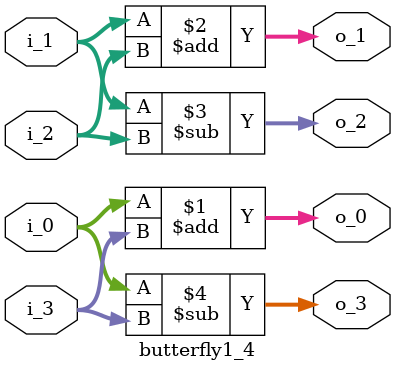
<source format=v>
module butterfly1_4(
        
                i_0,
                i_1,
                i_2,
                i_3,
                
                o_0,
                o_1,
                o_2,
                o_3
);

// ****************************************************************
//
//	INPUT / OUTPUT DECLARATION
//
// ****************************************************************                

input     signed  [18:0] i_0;
input     signed  [18:0] i_1;
input     signed  [18:0] i_2;
input     signed  [18:0] i_3;

output    signed  [19:0] o_0;
output    signed  [19:0] o_1;
output    signed  [19:0] o_2;
output    signed  [19:0] o_3;

// ********************************************
//                                             
//    Combinational Logic                      
//                                             
// ********************************************

assign  o_0=i_0+i_3;
assign  o_1=i_1+i_2;
assign  o_2=i_1-i_2;               
assign  o_3=i_0-i_3;

endmodule
</source>
